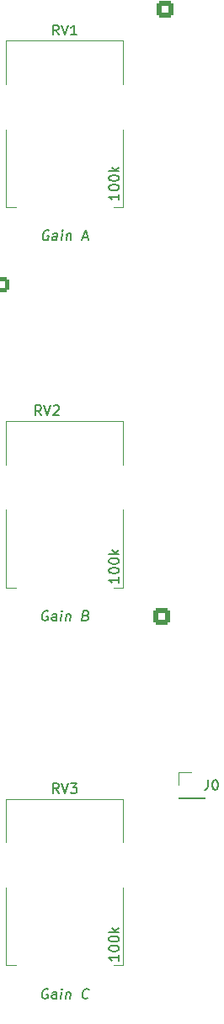
<source format=gto>
%TF.GenerationSoftware,KiCad,Pcbnew,9.0.0*%
%TF.CreationDate,2025-03-15T22:52:04+01:00*%
%TF.ProjectId,DMH_Multiverter_Mk2_PCB,444d485f-4d75-46c7-9469-766572746572,1*%
%TF.SameCoordinates,Original*%
%TF.FileFunction,Legend,Top*%
%TF.FilePolarity,Positive*%
%FSLAX46Y46*%
G04 Gerber Fmt 4.6, Leading zero omitted, Abs format (unit mm)*
G04 Created by KiCad (PCBNEW 9.0.0) date 2025-03-15 22:52:04*
%MOMM*%
%LPD*%
G01*
G04 APERTURE LIST*
G04 Aperture macros list*
%AMRoundRect*
0 Rectangle with rounded corners*
0 $1 Rounding radius*
0 $2 $3 $4 $5 $6 $7 $8 $9 X,Y pos of 4 corners*
0 Add a 4 corners polygon primitive as box body*
4,1,4,$2,$3,$4,$5,$6,$7,$8,$9,$2,$3,0*
0 Add four circle primitives for the rounded corners*
1,1,$1+$1,$2,$3*
1,1,$1+$1,$4,$5*
1,1,$1+$1,$6,$7*
1,1,$1+$1,$8,$9*
0 Add four rect primitives between the rounded corners*
20,1,$1+$1,$2,$3,$4,$5,0*
20,1,$1+$1,$4,$5,$6,$7,0*
20,1,$1+$1,$6,$7,$8,$9,0*
20,1,$1+$1,$8,$9,$2,$3,0*%
G04 Aperture macros list end*
%ADD10C,0.150000*%
%ADD11C,0.200000*%
%ADD12C,0.120000*%
%ADD13O,4.000000X4.200000*%
%ADD14C,1.800000*%
%ADD15R,1.800000X1.800000*%
%ADD16R,1.700000X1.700000*%
%ADD17C,1.600000*%
%ADD18O,1.600000X1.600000*%
%ADD19C,1.440000*%
%ADD20O,1.700000X1.700000*%
%ADD21R,1.600000X1.600000*%
%ADD22R,2.200000X2.200000*%
%ADD23O,2.200000X2.200000*%
%ADD24RoundRect,0.250000X-0.550000X0.550000X-0.550000X-0.550000X0.550000X-0.550000X0.550000X0.550000X0*%
%ADD25RoundRect,0.250000X0.600000X-0.600000X0.600000X0.600000X-0.600000X0.600000X-0.600000X-0.600000X0*%
%ADD26C,1.700000*%
%ADD27RoundRect,0.250000X-0.600000X-0.600000X0.600000X-0.600000X0.600000X0.600000X-0.600000X0.600000X0*%
G04 APERTURE END LIST*
D10*
X82404761Y-127804819D02*
X82071428Y-127328628D01*
X81833333Y-127804819D02*
X81833333Y-126804819D01*
X81833333Y-126804819D02*
X82214285Y-126804819D01*
X82214285Y-126804819D02*
X82309523Y-126852438D01*
X82309523Y-126852438D02*
X82357142Y-126900057D01*
X82357142Y-126900057D02*
X82404761Y-126995295D01*
X82404761Y-126995295D02*
X82404761Y-127138152D01*
X82404761Y-127138152D02*
X82357142Y-127233390D01*
X82357142Y-127233390D02*
X82309523Y-127281009D01*
X82309523Y-127281009D02*
X82214285Y-127328628D01*
X82214285Y-127328628D02*
X81833333Y-127328628D01*
X82690476Y-126804819D02*
X83023809Y-127804819D01*
X83023809Y-127804819D02*
X83357142Y-126804819D01*
X83595238Y-126804819D02*
X84214285Y-126804819D01*
X84214285Y-126804819D02*
X83880952Y-127185771D01*
X83880952Y-127185771D02*
X84023809Y-127185771D01*
X84023809Y-127185771D02*
X84119047Y-127233390D01*
X84119047Y-127233390D02*
X84166666Y-127281009D01*
X84166666Y-127281009D02*
X84214285Y-127376247D01*
X84214285Y-127376247D02*
X84214285Y-127614342D01*
X84214285Y-127614342D02*
X84166666Y-127709580D01*
X84166666Y-127709580D02*
X84119047Y-127757200D01*
X84119047Y-127757200D02*
X84023809Y-127804819D01*
X84023809Y-127804819D02*
X83738095Y-127804819D01*
X83738095Y-127804819D02*
X83642857Y-127757200D01*
X83642857Y-127757200D02*
X83595238Y-127709580D01*
X88454819Y-144071428D02*
X88454819Y-144642856D01*
X88454819Y-144357142D02*
X87454819Y-144357142D01*
X87454819Y-144357142D02*
X87597676Y-144452380D01*
X87597676Y-144452380D02*
X87692914Y-144547618D01*
X87692914Y-144547618D02*
X87740533Y-144642856D01*
X87454819Y-143452380D02*
X87454819Y-143357142D01*
X87454819Y-143357142D02*
X87502438Y-143261904D01*
X87502438Y-143261904D02*
X87550057Y-143214285D01*
X87550057Y-143214285D02*
X87645295Y-143166666D01*
X87645295Y-143166666D02*
X87835771Y-143119047D01*
X87835771Y-143119047D02*
X88073866Y-143119047D01*
X88073866Y-143119047D02*
X88264342Y-143166666D01*
X88264342Y-143166666D02*
X88359580Y-143214285D01*
X88359580Y-143214285D02*
X88407200Y-143261904D01*
X88407200Y-143261904D02*
X88454819Y-143357142D01*
X88454819Y-143357142D02*
X88454819Y-143452380D01*
X88454819Y-143452380D02*
X88407200Y-143547618D01*
X88407200Y-143547618D02*
X88359580Y-143595237D01*
X88359580Y-143595237D02*
X88264342Y-143642856D01*
X88264342Y-143642856D02*
X88073866Y-143690475D01*
X88073866Y-143690475D02*
X87835771Y-143690475D01*
X87835771Y-143690475D02*
X87645295Y-143642856D01*
X87645295Y-143642856D02*
X87550057Y-143595237D01*
X87550057Y-143595237D02*
X87502438Y-143547618D01*
X87502438Y-143547618D02*
X87454819Y-143452380D01*
X87454819Y-142499999D02*
X87454819Y-142404761D01*
X87454819Y-142404761D02*
X87502438Y-142309523D01*
X87502438Y-142309523D02*
X87550057Y-142261904D01*
X87550057Y-142261904D02*
X87645295Y-142214285D01*
X87645295Y-142214285D02*
X87835771Y-142166666D01*
X87835771Y-142166666D02*
X88073866Y-142166666D01*
X88073866Y-142166666D02*
X88264342Y-142214285D01*
X88264342Y-142214285D02*
X88359580Y-142261904D01*
X88359580Y-142261904D02*
X88407200Y-142309523D01*
X88407200Y-142309523D02*
X88454819Y-142404761D01*
X88454819Y-142404761D02*
X88454819Y-142499999D01*
X88454819Y-142499999D02*
X88407200Y-142595237D01*
X88407200Y-142595237D02*
X88359580Y-142642856D01*
X88359580Y-142642856D02*
X88264342Y-142690475D01*
X88264342Y-142690475D02*
X88073866Y-142738094D01*
X88073866Y-142738094D02*
X87835771Y-142738094D01*
X87835771Y-142738094D02*
X87645295Y-142690475D01*
X87645295Y-142690475D02*
X87550057Y-142642856D01*
X87550057Y-142642856D02*
X87502438Y-142595237D01*
X87502438Y-142595237D02*
X87454819Y-142499999D01*
X88454819Y-141738094D02*
X87454819Y-141738094D01*
X88073866Y-141642856D02*
X88454819Y-141357142D01*
X87788152Y-141357142D02*
X88169104Y-141738094D01*
D11*
X81351191Y-147499838D02*
X81261905Y-147452219D01*
X81261905Y-147452219D02*
X81119048Y-147452219D01*
X81119048Y-147452219D02*
X80970238Y-147499838D01*
X80970238Y-147499838D02*
X80863095Y-147595076D01*
X80863095Y-147595076D02*
X80803571Y-147690314D01*
X80803571Y-147690314D02*
X80732143Y-147880790D01*
X80732143Y-147880790D02*
X80714286Y-148023647D01*
X80714286Y-148023647D02*
X80738095Y-148214123D01*
X80738095Y-148214123D02*
X80773810Y-148309361D01*
X80773810Y-148309361D02*
X80857143Y-148404600D01*
X80857143Y-148404600D02*
X80994048Y-148452219D01*
X80994048Y-148452219D02*
X81089286Y-148452219D01*
X81089286Y-148452219D02*
X81238095Y-148404600D01*
X81238095Y-148404600D02*
X81291667Y-148356980D01*
X81291667Y-148356980D02*
X81333333Y-148023647D01*
X81333333Y-148023647D02*
X81142857Y-148023647D01*
X82136905Y-148452219D02*
X82202381Y-147928409D01*
X82202381Y-147928409D02*
X82166667Y-147833171D01*
X82166667Y-147833171D02*
X82077381Y-147785552D01*
X82077381Y-147785552D02*
X81886905Y-147785552D01*
X81886905Y-147785552D02*
X81785714Y-147833171D01*
X82142857Y-148404600D02*
X82041667Y-148452219D01*
X82041667Y-148452219D02*
X81803571Y-148452219D01*
X81803571Y-148452219D02*
X81714286Y-148404600D01*
X81714286Y-148404600D02*
X81678571Y-148309361D01*
X81678571Y-148309361D02*
X81690476Y-148214123D01*
X81690476Y-148214123D02*
X81750000Y-148118885D01*
X81750000Y-148118885D02*
X81851191Y-148071266D01*
X81851191Y-148071266D02*
X82089286Y-148071266D01*
X82089286Y-148071266D02*
X82190476Y-148023647D01*
X82613095Y-148452219D02*
X82696429Y-147785552D01*
X82738095Y-147452219D02*
X82684524Y-147499838D01*
X82684524Y-147499838D02*
X82726191Y-147547457D01*
X82726191Y-147547457D02*
X82779762Y-147499838D01*
X82779762Y-147499838D02*
X82738095Y-147452219D01*
X82738095Y-147452219D02*
X82726191Y-147547457D01*
X83172619Y-147785552D02*
X83089285Y-148452219D01*
X83160714Y-147880790D02*
X83214285Y-147833171D01*
X83214285Y-147833171D02*
X83315476Y-147785552D01*
X83315476Y-147785552D02*
X83458333Y-147785552D01*
X83458333Y-147785552D02*
X83547619Y-147833171D01*
X83547619Y-147833171D02*
X83583333Y-147928409D01*
X83583333Y-147928409D02*
X83517857Y-148452219D01*
X85339286Y-148356980D02*
X85285714Y-148404600D01*
X85285714Y-148404600D02*
X85136905Y-148452219D01*
X85136905Y-148452219D02*
X85041667Y-148452219D01*
X85041667Y-148452219D02*
X84904762Y-148404600D01*
X84904762Y-148404600D02*
X84821429Y-148309361D01*
X84821429Y-148309361D02*
X84785714Y-148214123D01*
X84785714Y-148214123D02*
X84761905Y-148023647D01*
X84761905Y-148023647D02*
X84779762Y-147880790D01*
X84779762Y-147880790D02*
X84851190Y-147690314D01*
X84851190Y-147690314D02*
X84910714Y-147595076D01*
X84910714Y-147595076D02*
X85017857Y-147499838D01*
X85017857Y-147499838D02*
X85166667Y-147452219D01*
X85166667Y-147452219D02*
X85261905Y-147452219D01*
X85261905Y-147452219D02*
X85398810Y-147499838D01*
X85398810Y-147499838D02*
X85440476Y-147547457D01*
D10*
X82404761Y-51554819D02*
X82071428Y-51078628D01*
X81833333Y-51554819D02*
X81833333Y-50554819D01*
X81833333Y-50554819D02*
X82214285Y-50554819D01*
X82214285Y-50554819D02*
X82309523Y-50602438D01*
X82309523Y-50602438D02*
X82357142Y-50650057D01*
X82357142Y-50650057D02*
X82404761Y-50745295D01*
X82404761Y-50745295D02*
X82404761Y-50888152D01*
X82404761Y-50888152D02*
X82357142Y-50983390D01*
X82357142Y-50983390D02*
X82309523Y-51031009D01*
X82309523Y-51031009D02*
X82214285Y-51078628D01*
X82214285Y-51078628D02*
X81833333Y-51078628D01*
X82690476Y-50554819D02*
X83023809Y-51554819D01*
X83023809Y-51554819D02*
X83357142Y-50554819D01*
X84214285Y-51554819D02*
X83642857Y-51554819D01*
X83928571Y-51554819D02*
X83928571Y-50554819D01*
X83928571Y-50554819D02*
X83833333Y-50697676D01*
X83833333Y-50697676D02*
X83738095Y-50792914D01*
X83738095Y-50792914D02*
X83642857Y-50840533D01*
X88454819Y-67571428D02*
X88454819Y-68142856D01*
X88454819Y-67857142D02*
X87454819Y-67857142D01*
X87454819Y-67857142D02*
X87597676Y-67952380D01*
X87597676Y-67952380D02*
X87692914Y-68047618D01*
X87692914Y-68047618D02*
X87740533Y-68142856D01*
X87454819Y-66952380D02*
X87454819Y-66857142D01*
X87454819Y-66857142D02*
X87502438Y-66761904D01*
X87502438Y-66761904D02*
X87550057Y-66714285D01*
X87550057Y-66714285D02*
X87645295Y-66666666D01*
X87645295Y-66666666D02*
X87835771Y-66619047D01*
X87835771Y-66619047D02*
X88073866Y-66619047D01*
X88073866Y-66619047D02*
X88264342Y-66666666D01*
X88264342Y-66666666D02*
X88359580Y-66714285D01*
X88359580Y-66714285D02*
X88407200Y-66761904D01*
X88407200Y-66761904D02*
X88454819Y-66857142D01*
X88454819Y-66857142D02*
X88454819Y-66952380D01*
X88454819Y-66952380D02*
X88407200Y-67047618D01*
X88407200Y-67047618D02*
X88359580Y-67095237D01*
X88359580Y-67095237D02*
X88264342Y-67142856D01*
X88264342Y-67142856D02*
X88073866Y-67190475D01*
X88073866Y-67190475D02*
X87835771Y-67190475D01*
X87835771Y-67190475D02*
X87645295Y-67142856D01*
X87645295Y-67142856D02*
X87550057Y-67095237D01*
X87550057Y-67095237D02*
X87502438Y-67047618D01*
X87502438Y-67047618D02*
X87454819Y-66952380D01*
X87454819Y-65999999D02*
X87454819Y-65904761D01*
X87454819Y-65904761D02*
X87502438Y-65809523D01*
X87502438Y-65809523D02*
X87550057Y-65761904D01*
X87550057Y-65761904D02*
X87645295Y-65714285D01*
X87645295Y-65714285D02*
X87835771Y-65666666D01*
X87835771Y-65666666D02*
X88073866Y-65666666D01*
X88073866Y-65666666D02*
X88264342Y-65714285D01*
X88264342Y-65714285D02*
X88359580Y-65761904D01*
X88359580Y-65761904D02*
X88407200Y-65809523D01*
X88407200Y-65809523D02*
X88454819Y-65904761D01*
X88454819Y-65904761D02*
X88454819Y-65999999D01*
X88454819Y-65999999D02*
X88407200Y-66095237D01*
X88407200Y-66095237D02*
X88359580Y-66142856D01*
X88359580Y-66142856D02*
X88264342Y-66190475D01*
X88264342Y-66190475D02*
X88073866Y-66238094D01*
X88073866Y-66238094D02*
X87835771Y-66238094D01*
X87835771Y-66238094D02*
X87645295Y-66190475D01*
X87645295Y-66190475D02*
X87550057Y-66142856D01*
X87550057Y-66142856D02*
X87502438Y-66095237D01*
X87502438Y-66095237D02*
X87454819Y-65999999D01*
X88454819Y-65238094D02*
X87454819Y-65238094D01*
X88073866Y-65142856D02*
X88454819Y-64857142D01*
X87788152Y-64857142D02*
X88169104Y-65238094D01*
D11*
X81422619Y-71249838D02*
X81333333Y-71202219D01*
X81333333Y-71202219D02*
X81190476Y-71202219D01*
X81190476Y-71202219D02*
X81041666Y-71249838D01*
X81041666Y-71249838D02*
X80934523Y-71345076D01*
X80934523Y-71345076D02*
X80874999Y-71440314D01*
X80874999Y-71440314D02*
X80803571Y-71630790D01*
X80803571Y-71630790D02*
X80785714Y-71773647D01*
X80785714Y-71773647D02*
X80809523Y-71964123D01*
X80809523Y-71964123D02*
X80845238Y-72059361D01*
X80845238Y-72059361D02*
X80928571Y-72154600D01*
X80928571Y-72154600D02*
X81065476Y-72202219D01*
X81065476Y-72202219D02*
X81160714Y-72202219D01*
X81160714Y-72202219D02*
X81309523Y-72154600D01*
X81309523Y-72154600D02*
X81363095Y-72106980D01*
X81363095Y-72106980D02*
X81404761Y-71773647D01*
X81404761Y-71773647D02*
X81214285Y-71773647D01*
X82208333Y-72202219D02*
X82273809Y-71678409D01*
X82273809Y-71678409D02*
X82238095Y-71583171D01*
X82238095Y-71583171D02*
X82148809Y-71535552D01*
X82148809Y-71535552D02*
X81958333Y-71535552D01*
X81958333Y-71535552D02*
X81857142Y-71583171D01*
X82214285Y-72154600D02*
X82113095Y-72202219D01*
X82113095Y-72202219D02*
X81874999Y-72202219D01*
X81874999Y-72202219D02*
X81785714Y-72154600D01*
X81785714Y-72154600D02*
X81749999Y-72059361D01*
X81749999Y-72059361D02*
X81761904Y-71964123D01*
X81761904Y-71964123D02*
X81821428Y-71868885D01*
X81821428Y-71868885D02*
X81922619Y-71821266D01*
X81922619Y-71821266D02*
X82160714Y-71821266D01*
X82160714Y-71821266D02*
X82261904Y-71773647D01*
X82684523Y-72202219D02*
X82767857Y-71535552D01*
X82809523Y-71202219D02*
X82755952Y-71249838D01*
X82755952Y-71249838D02*
X82797619Y-71297457D01*
X82797619Y-71297457D02*
X82851190Y-71249838D01*
X82851190Y-71249838D02*
X82809523Y-71202219D01*
X82809523Y-71202219D02*
X82797619Y-71297457D01*
X83244047Y-71535552D02*
X83160713Y-72202219D01*
X83232142Y-71630790D02*
X83285713Y-71583171D01*
X83285713Y-71583171D02*
X83386904Y-71535552D01*
X83386904Y-71535552D02*
X83529761Y-71535552D01*
X83529761Y-71535552D02*
X83619047Y-71583171D01*
X83619047Y-71583171D02*
X83654761Y-71678409D01*
X83654761Y-71678409D02*
X83589285Y-72202219D01*
X84815476Y-71916504D02*
X85291666Y-71916504D01*
X84684523Y-72202219D02*
X85142857Y-71202219D01*
X85142857Y-71202219D02*
X85351190Y-72202219D01*
D10*
X97416666Y-126454819D02*
X97416666Y-127169104D01*
X97416666Y-127169104D02*
X97369047Y-127311961D01*
X97369047Y-127311961D02*
X97273809Y-127407200D01*
X97273809Y-127407200D02*
X97130952Y-127454819D01*
X97130952Y-127454819D02*
X97035714Y-127454819D01*
X98083333Y-126454819D02*
X98178571Y-126454819D01*
X98178571Y-126454819D02*
X98273809Y-126502438D01*
X98273809Y-126502438D02*
X98321428Y-126550057D01*
X98321428Y-126550057D02*
X98369047Y-126645295D01*
X98369047Y-126645295D02*
X98416666Y-126835771D01*
X98416666Y-126835771D02*
X98416666Y-127073866D01*
X98416666Y-127073866D02*
X98369047Y-127264342D01*
X98369047Y-127264342D02*
X98321428Y-127359580D01*
X98321428Y-127359580D02*
X98273809Y-127407200D01*
X98273809Y-127407200D02*
X98178571Y-127454819D01*
X98178571Y-127454819D02*
X98083333Y-127454819D01*
X98083333Y-127454819D02*
X97988095Y-127407200D01*
X97988095Y-127407200D02*
X97940476Y-127359580D01*
X97940476Y-127359580D02*
X97892857Y-127264342D01*
X97892857Y-127264342D02*
X97845238Y-127073866D01*
X97845238Y-127073866D02*
X97845238Y-126835771D01*
X97845238Y-126835771D02*
X97892857Y-126645295D01*
X97892857Y-126645295D02*
X97940476Y-126550057D01*
X97940476Y-126550057D02*
X97988095Y-126502438D01*
X97988095Y-126502438D02*
X98083333Y-126454819D01*
X80654761Y-89804819D02*
X80321428Y-89328628D01*
X80083333Y-89804819D02*
X80083333Y-88804819D01*
X80083333Y-88804819D02*
X80464285Y-88804819D01*
X80464285Y-88804819D02*
X80559523Y-88852438D01*
X80559523Y-88852438D02*
X80607142Y-88900057D01*
X80607142Y-88900057D02*
X80654761Y-88995295D01*
X80654761Y-88995295D02*
X80654761Y-89138152D01*
X80654761Y-89138152D02*
X80607142Y-89233390D01*
X80607142Y-89233390D02*
X80559523Y-89281009D01*
X80559523Y-89281009D02*
X80464285Y-89328628D01*
X80464285Y-89328628D02*
X80083333Y-89328628D01*
X80940476Y-88804819D02*
X81273809Y-89804819D01*
X81273809Y-89804819D02*
X81607142Y-88804819D01*
X81892857Y-88900057D02*
X81940476Y-88852438D01*
X81940476Y-88852438D02*
X82035714Y-88804819D01*
X82035714Y-88804819D02*
X82273809Y-88804819D01*
X82273809Y-88804819D02*
X82369047Y-88852438D01*
X82369047Y-88852438D02*
X82416666Y-88900057D01*
X82416666Y-88900057D02*
X82464285Y-88995295D01*
X82464285Y-88995295D02*
X82464285Y-89090533D01*
X82464285Y-89090533D02*
X82416666Y-89233390D01*
X82416666Y-89233390D02*
X81845238Y-89804819D01*
X81845238Y-89804819D02*
X82464285Y-89804819D01*
X88454819Y-106071428D02*
X88454819Y-106642856D01*
X88454819Y-106357142D02*
X87454819Y-106357142D01*
X87454819Y-106357142D02*
X87597676Y-106452380D01*
X87597676Y-106452380D02*
X87692914Y-106547618D01*
X87692914Y-106547618D02*
X87740533Y-106642856D01*
X87454819Y-105452380D02*
X87454819Y-105357142D01*
X87454819Y-105357142D02*
X87502438Y-105261904D01*
X87502438Y-105261904D02*
X87550057Y-105214285D01*
X87550057Y-105214285D02*
X87645295Y-105166666D01*
X87645295Y-105166666D02*
X87835771Y-105119047D01*
X87835771Y-105119047D02*
X88073866Y-105119047D01*
X88073866Y-105119047D02*
X88264342Y-105166666D01*
X88264342Y-105166666D02*
X88359580Y-105214285D01*
X88359580Y-105214285D02*
X88407200Y-105261904D01*
X88407200Y-105261904D02*
X88454819Y-105357142D01*
X88454819Y-105357142D02*
X88454819Y-105452380D01*
X88454819Y-105452380D02*
X88407200Y-105547618D01*
X88407200Y-105547618D02*
X88359580Y-105595237D01*
X88359580Y-105595237D02*
X88264342Y-105642856D01*
X88264342Y-105642856D02*
X88073866Y-105690475D01*
X88073866Y-105690475D02*
X87835771Y-105690475D01*
X87835771Y-105690475D02*
X87645295Y-105642856D01*
X87645295Y-105642856D02*
X87550057Y-105595237D01*
X87550057Y-105595237D02*
X87502438Y-105547618D01*
X87502438Y-105547618D02*
X87454819Y-105452380D01*
X87454819Y-104499999D02*
X87454819Y-104404761D01*
X87454819Y-104404761D02*
X87502438Y-104309523D01*
X87502438Y-104309523D02*
X87550057Y-104261904D01*
X87550057Y-104261904D02*
X87645295Y-104214285D01*
X87645295Y-104214285D02*
X87835771Y-104166666D01*
X87835771Y-104166666D02*
X88073866Y-104166666D01*
X88073866Y-104166666D02*
X88264342Y-104214285D01*
X88264342Y-104214285D02*
X88359580Y-104261904D01*
X88359580Y-104261904D02*
X88407200Y-104309523D01*
X88407200Y-104309523D02*
X88454819Y-104404761D01*
X88454819Y-104404761D02*
X88454819Y-104499999D01*
X88454819Y-104499999D02*
X88407200Y-104595237D01*
X88407200Y-104595237D02*
X88359580Y-104642856D01*
X88359580Y-104642856D02*
X88264342Y-104690475D01*
X88264342Y-104690475D02*
X88073866Y-104738094D01*
X88073866Y-104738094D02*
X87835771Y-104738094D01*
X87835771Y-104738094D02*
X87645295Y-104690475D01*
X87645295Y-104690475D02*
X87550057Y-104642856D01*
X87550057Y-104642856D02*
X87502438Y-104595237D01*
X87502438Y-104595237D02*
X87454819Y-104499999D01*
X88454819Y-103738094D02*
X87454819Y-103738094D01*
X88073866Y-103642856D02*
X88454819Y-103357142D01*
X87788152Y-103357142D02*
X88169104Y-103738094D01*
D11*
X81351191Y-109499838D02*
X81261905Y-109452219D01*
X81261905Y-109452219D02*
X81119048Y-109452219D01*
X81119048Y-109452219D02*
X80970238Y-109499838D01*
X80970238Y-109499838D02*
X80863095Y-109595076D01*
X80863095Y-109595076D02*
X80803571Y-109690314D01*
X80803571Y-109690314D02*
X80732143Y-109880790D01*
X80732143Y-109880790D02*
X80714286Y-110023647D01*
X80714286Y-110023647D02*
X80738095Y-110214123D01*
X80738095Y-110214123D02*
X80773810Y-110309361D01*
X80773810Y-110309361D02*
X80857143Y-110404600D01*
X80857143Y-110404600D02*
X80994048Y-110452219D01*
X80994048Y-110452219D02*
X81089286Y-110452219D01*
X81089286Y-110452219D02*
X81238095Y-110404600D01*
X81238095Y-110404600D02*
X81291667Y-110356980D01*
X81291667Y-110356980D02*
X81333333Y-110023647D01*
X81333333Y-110023647D02*
X81142857Y-110023647D01*
X82136905Y-110452219D02*
X82202381Y-109928409D01*
X82202381Y-109928409D02*
X82166667Y-109833171D01*
X82166667Y-109833171D02*
X82077381Y-109785552D01*
X82077381Y-109785552D02*
X81886905Y-109785552D01*
X81886905Y-109785552D02*
X81785714Y-109833171D01*
X82142857Y-110404600D02*
X82041667Y-110452219D01*
X82041667Y-110452219D02*
X81803571Y-110452219D01*
X81803571Y-110452219D02*
X81714286Y-110404600D01*
X81714286Y-110404600D02*
X81678571Y-110309361D01*
X81678571Y-110309361D02*
X81690476Y-110214123D01*
X81690476Y-110214123D02*
X81750000Y-110118885D01*
X81750000Y-110118885D02*
X81851191Y-110071266D01*
X81851191Y-110071266D02*
X82089286Y-110071266D01*
X82089286Y-110071266D02*
X82190476Y-110023647D01*
X82613095Y-110452219D02*
X82696429Y-109785552D01*
X82738095Y-109452219D02*
X82684524Y-109499838D01*
X82684524Y-109499838D02*
X82726191Y-109547457D01*
X82726191Y-109547457D02*
X82779762Y-109499838D01*
X82779762Y-109499838D02*
X82738095Y-109452219D01*
X82738095Y-109452219D02*
X82726191Y-109547457D01*
X83172619Y-109785552D02*
X83089285Y-110452219D01*
X83160714Y-109880790D02*
X83214285Y-109833171D01*
X83214285Y-109833171D02*
X83315476Y-109785552D01*
X83315476Y-109785552D02*
X83458333Y-109785552D01*
X83458333Y-109785552D02*
X83547619Y-109833171D01*
X83547619Y-109833171D02*
X83583333Y-109928409D01*
X83583333Y-109928409D02*
X83517857Y-110452219D01*
X85154762Y-109928409D02*
X85291667Y-109976028D01*
X85291667Y-109976028D02*
X85333333Y-110023647D01*
X85333333Y-110023647D02*
X85369048Y-110118885D01*
X85369048Y-110118885D02*
X85351190Y-110261742D01*
X85351190Y-110261742D02*
X85291667Y-110356980D01*
X85291667Y-110356980D02*
X85238095Y-110404600D01*
X85238095Y-110404600D02*
X85136905Y-110452219D01*
X85136905Y-110452219D02*
X84755952Y-110452219D01*
X84755952Y-110452219D02*
X84880952Y-109452219D01*
X84880952Y-109452219D02*
X85214286Y-109452219D01*
X85214286Y-109452219D02*
X85303571Y-109499838D01*
X85303571Y-109499838D02*
X85345238Y-109547457D01*
X85345238Y-109547457D02*
X85380952Y-109642695D01*
X85380952Y-109642695D02*
X85369048Y-109737933D01*
X85369048Y-109737933D02*
X85309524Y-109833171D01*
X85309524Y-109833171D02*
X85255952Y-109880790D01*
X85255952Y-109880790D02*
X85154762Y-109928409D01*
X85154762Y-109928409D02*
X84821429Y-109928409D01*
D12*
%TO.C,RV3*%
X77100000Y-128380000D02*
X77100000Y-132750000D01*
X77100000Y-137300000D02*
X77100000Y-145120000D01*
X78100000Y-145120000D02*
X77100000Y-145120000D01*
X88900000Y-128380000D02*
X77100000Y-128380000D01*
X88900000Y-128380000D02*
X88900000Y-132750000D01*
X88900000Y-137300000D02*
X88900000Y-145120000D01*
X88900000Y-145120000D02*
X87900000Y-145120000D01*
%TO.C,RV1*%
X77100000Y-52130000D02*
X77100000Y-56500000D01*
X77100000Y-61050000D02*
X77100000Y-68870000D01*
X78100000Y-68870000D02*
X77100000Y-68870000D01*
X88900000Y-52130000D02*
X77100000Y-52130000D01*
X88900000Y-52130000D02*
X88900000Y-56500000D01*
X88900000Y-61050000D02*
X88900000Y-68870000D01*
X88900000Y-68870000D02*
X87900000Y-68870000D01*
%TO.C,J0*%
X94420000Y-125670000D02*
X95750000Y-125670000D01*
X94420000Y-127000000D02*
X94420000Y-125670000D01*
X94420000Y-128270000D02*
X94420000Y-128330000D01*
X94420000Y-128270000D02*
X97080000Y-128270000D01*
X94420000Y-128330000D02*
X97080000Y-128330000D01*
X97080000Y-128270000D02*
X97080000Y-128330000D01*
%TO.C,RV2*%
X77100000Y-90380000D02*
X77100000Y-94750000D01*
X77100000Y-99300000D02*
X77100000Y-107120000D01*
X78100000Y-107120000D02*
X77100000Y-107120000D01*
X88900000Y-90380000D02*
X77100000Y-90380000D01*
X88900000Y-90380000D02*
X88900000Y-94750000D01*
X88900000Y-99300000D02*
X88900000Y-107120000D01*
X88900000Y-107120000D02*
X87900000Y-107120000D01*
%TD*%
%LPC*%
D13*
%TO.C,RV3*%
X77200000Y-135000000D03*
D14*
X86750000Y-146000000D03*
D13*
X88800000Y-135000000D03*
D15*
X79250000Y-146000000D03*
D14*
X81750000Y-146000000D03*
X84250000Y-146000000D03*
%TD*%
D13*
%TO.C,RV1*%
X77200000Y-58750000D03*
D14*
X86750000Y-69750000D03*
D13*
X88800000Y-58750000D03*
D15*
X79250000Y-69750000D03*
D14*
X81750000Y-69750000D03*
X84250000Y-69750000D03*
%TD*%
D16*
%TO.C,J0*%
X95750000Y-127000000D03*
%TD*%
D13*
%TO.C,RV2*%
X77200000Y-97000000D03*
D14*
X86750000Y-108000000D03*
D13*
X88800000Y-97000000D03*
D15*
X79250000Y-108000000D03*
D14*
X81750000Y-108000000D03*
X84250000Y-108000000D03*
%TD*%
D17*
%TO.C,R4*%
X82060000Y-119000000D03*
D18*
X74440000Y-119000000D03*
%TD*%
D19*
%TO.C,RV4*%
X70000000Y-64950000D03*
X70000000Y-67490000D03*
X70000000Y-70030000D03*
%TD*%
D17*
%TO.C,R6*%
X91310000Y-88750000D03*
D18*
X83690000Y-88750000D03*
%TD*%
D19*
%TO.C,RV6*%
X96250000Y-88290000D03*
X96250000Y-85750000D03*
X96250000Y-83210000D03*
%TD*%
D16*
%TO.C,J50*%
X69000000Y-92000000D03*
D20*
X69000000Y-94540000D03*
X69000000Y-97080000D03*
X69000000Y-99620000D03*
X69000000Y-102160000D03*
X69000000Y-104700000D03*
X69000000Y-107240000D03*
X69000000Y-109780000D03*
%TD*%
D17*
%TO.C,C4*%
X90250000Y-65000000D03*
X90250000Y-70000000D03*
%TD*%
D21*
%TO.C,D3*%
X70250000Y-157440000D03*
D18*
X70250000Y-165060000D03*
%TD*%
D17*
%TO.C,R7*%
X70250000Y-155060000D03*
D18*
X70250000Y-147440000D03*
%TD*%
D21*
%TO.C,D5*%
X81060000Y-157250000D03*
D18*
X73440000Y-157250000D03*
%TD*%
D22*
%TO.C,D2*%
X97000000Y-54420000D03*
D23*
X97000000Y-64580000D03*
%TD*%
D17*
%TO.C,R9*%
X83190000Y-157250000D03*
D18*
X90810000Y-157250000D03*
%TD*%
D17*
%TO.C,R2*%
X72000000Y-76690000D03*
D18*
X72000000Y-84310000D03*
%TD*%
D19*
%TO.C,RV5*%
X96250000Y-78000000D03*
X96250000Y-75460000D03*
X96250000Y-72920000D03*
%TD*%
D24*
%TO.C,U1*%
X76635000Y-76690000D03*
D17*
X79175000Y-76690000D03*
X81715000Y-76690000D03*
X84255000Y-76690000D03*
X86795000Y-76690000D03*
X89335000Y-76690000D03*
X91875000Y-76690000D03*
X91875000Y-84310000D03*
X89335000Y-84310000D03*
X86795000Y-84310000D03*
X84255000Y-84310000D03*
X81715000Y-84310000D03*
X79175000Y-84310000D03*
X76635000Y-84310000D03*
%TD*%
D22*
%TO.C,D1*%
X69750000Y-55080000D03*
D23*
X69750000Y-44920000D03*
%TD*%
D17*
%TO.C,R3*%
X82060000Y-114250000D03*
D18*
X74440000Y-114250000D03*
%TD*%
D17*
%TO.C,R5*%
X74440000Y-123750000D03*
D18*
X82060000Y-123750000D03*
%TD*%
D21*
%TO.C,C2*%
X92500000Y-56455113D03*
D17*
X92500000Y-54455113D03*
%TD*%
D21*
%TO.C,D4*%
X81060000Y-151750000D03*
D18*
X73440000Y-151750000D03*
%TD*%
D17*
%TO.C,C3*%
X75750000Y-70000000D03*
X75750000Y-65000000D03*
%TD*%
%TO.C,R1*%
X68750000Y-84310000D03*
D18*
X68750000Y-76690000D03*
%TD*%
D17*
%TO.C,R8*%
X83190000Y-151750000D03*
D18*
X90810000Y-151750000D03*
%TD*%
D25*
%TO.C,J100*%
X93080000Y-49002500D03*
D26*
X93080000Y-46462500D03*
X90540000Y-49002500D03*
X90540000Y-46462500D03*
X88000000Y-49002500D03*
X88000000Y-46462500D03*
X85460000Y-49002500D03*
X85460000Y-46462500D03*
X82920000Y-49002500D03*
X82920000Y-46462500D03*
%TD*%
D16*
%TO.C,J60*%
X92375000Y-164975000D03*
D20*
X89835000Y-164975000D03*
X87295000Y-164975000D03*
X84755000Y-164975000D03*
X82215000Y-164975000D03*
X79675000Y-164975000D03*
X77135000Y-164975000D03*
X74595000Y-164975000D03*
%TD*%
D21*
%TO.C,C1*%
X74750000Y-53044888D03*
D17*
X74750000Y-55044888D03*
%TD*%
D27*
%TO.C,J200*%
X92747500Y-110045000D03*
D26*
X92747500Y-107505000D03*
X92747500Y-104965000D03*
X95287500Y-110045000D03*
X95287500Y-107505000D03*
X95287500Y-104965000D03*
%TD*%
%LPD*%
M02*

</source>
